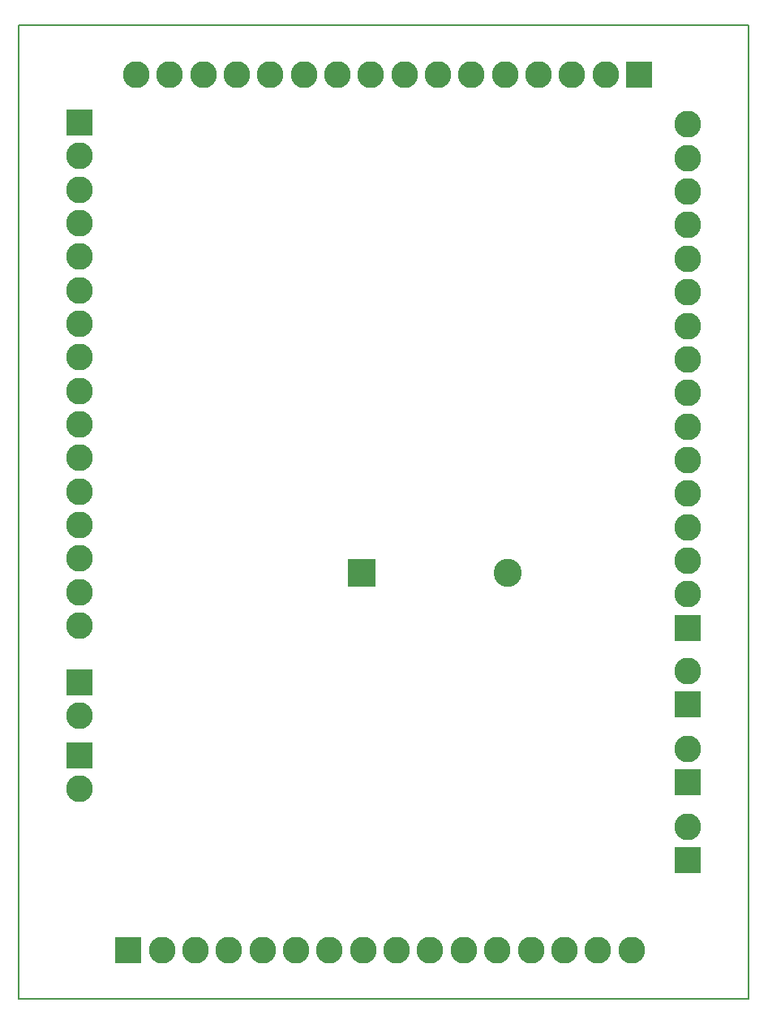
<source format=gbr>
G04 #@! TF.FileFunction,Soldermask,Bot*
%FSLAX46Y46*%
G04 Gerber Fmt 4.6, Leading zero omitted, Abs format (unit mm)*
G04 Created by KiCad (PCBNEW 4.0.1-stable) date 4/11/2017 9:36:51 PM*
%MOMM*%
G01*
G04 APERTURE LIST*
%ADD10C,0.100000*%
%ADD11C,0.150000*%
%ADD12C,2.800000*%
%ADD13R,2.800000X2.800000*%
%ADD14C,2.940000*%
%ADD15R,2.940000X2.940000*%
G04 APERTURE END LIST*
D10*
D11*
X191770000Y-149860000D02*
X191770000Y-48260000D01*
X115570000Y-48260000D02*
X115570000Y-149860000D01*
X115570000Y-149860000D02*
X191770000Y-149860000D01*
X191770000Y-48260000D02*
X115570000Y-48260000D01*
D12*
X185420000Y-131882000D03*
D13*
X185420000Y-135382000D03*
D12*
X185420000Y-123754000D03*
D13*
X185420000Y-127254000D03*
D12*
X185420000Y-115626000D03*
D13*
X185420000Y-119126000D03*
D12*
X121920000Y-120340000D03*
D13*
X121920000Y-116840000D03*
D12*
X121920000Y-127960000D03*
D13*
X121920000Y-124460000D03*
D12*
X134000000Y-144780000D03*
X130500000Y-144780000D03*
X137500000Y-144780000D03*
X141000000Y-144780000D03*
X144500000Y-144780000D03*
X148000000Y-144780000D03*
D13*
X127000000Y-144780000D03*
D12*
X151500000Y-144780000D03*
X155000000Y-144780000D03*
X158500000Y-144780000D03*
X162000000Y-144780000D03*
X165500000Y-144780000D03*
X169000000Y-144780000D03*
X172500000Y-144780000D03*
X176000000Y-144780000D03*
X179500000Y-144780000D03*
X185420000Y-104125000D03*
X185420000Y-107625000D03*
X185420000Y-100625000D03*
X185420000Y-97125000D03*
X185420000Y-93625000D03*
X185420000Y-90125000D03*
D13*
X185420000Y-111125000D03*
D12*
X185420000Y-86625000D03*
X185420000Y-83125000D03*
X185420000Y-79625000D03*
X185420000Y-76125000D03*
X185420000Y-72625000D03*
X185420000Y-69125000D03*
X185420000Y-65625000D03*
X185420000Y-62125000D03*
X185420000Y-58625000D03*
X173300000Y-53400000D03*
X176800000Y-53400000D03*
X169800000Y-53400000D03*
X166300000Y-53400000D03*
X162800000Y-53400000D03*
X159300000Y-53400000D03*
D13*
X180300000Y-53400000D03*
D12*
X155800000Y-53400000D03*
X152300000Y-53400000D03*
X148800000Y-53400000D03*
X145300000Y-53400000D03*
X141800000Y-53400000D03*
X138300000Y-53400000D03*
X134800000Y-53400000D03*
X131300000Y-53400000D03*
X127800000Y-53400000D03*
X121920000Y-65420000D03*
X121920000Y-61920000D03*
X121920000Y-68920000D03*
X121920000Y-72420000D03*
X121920000Y-75920000D03*
X121920000Y-79420000D03*
D13*
X121920000Y-58420000D03*
D12*
X121920000Y-82920000D03*
X121920000Y-86420000D03*
X121920000Y-89920000D03*
X121920000Y-93420000D03*
X121920000Y-96920000D03*
X121920000Y-100420000D03*
X121920000Y-103920000D03*
X121920000Y-107420000D03*
X121920000Y-110920000D03*
D14*
X166625220Y-105407040D03*
D15*
X151385220Y-105407040D03*
M02*

</source>
